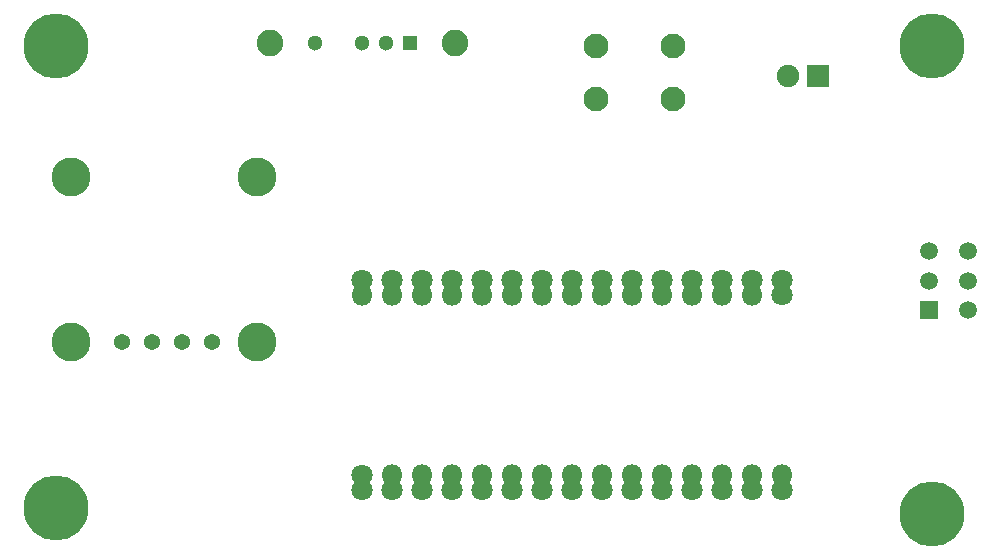
<source format=gbr>
%TF.GenerationSoftware,KiCad,Pcbnew,(5.1.6)-1*%
%TF.CreationDate,2021-03-22T21:05:39-07:00*%
%TF.ProjectId,TSA Location Tracker,54534120-4c6f-4636-9174-696f6e205472,rev?*%
%TF.SameCoordinates,Original*%
%TF.FileFunction,Soldermask,Bot*%
%TF.FilePolarity,Negative*%
%FSLAX46Y46*%
G04 Gerber Fmt 4.6, Leading zero omitted, Abs format (unit mm)*
G04 Created by KiCad (PCBNEW (5.1.6)-1) date 2021-03-22 21:05:39*
%MOMM*%
%LPD*%
G01*
G04 APERTURE LIST*
%ADD10C,1.300000*%
%ADD11R,1.300000X1.300000*%
%ADD12C,2.250000*%
%ADD13O,1.800000X1.800000*%
%ADD14C,1.800000*%
%ADD15R,1.900000X1.900000*%
%ADD16C,1.900000*%
%ADD17C,5.500000*%
%ADD18C,2.100000*%
%ADD19C,3.299892*%
%ADD20C,1.370000*%
%ADD21C,1.500000*%
%ADD22R,1.500000X1.500000*%
G04 APERTURE END LIST*
D10*
%TO.C,Mode_Switch1*%
X91250000Y-48728000D03*
X95250000Y-48728000D03*
X97250000Y-48728000D03*
D11*
X99250000Y-48728000D03*
D12*
X87400000Y-48728000D03*
X103099999Y-48728000D03*
%TD*%
D13*
%TO.C,Arduino1*%
X95250000Y-70104000D03*
X97790000Y-70104000D03*
X100330000Y-70104000D03*
X102870000Y-70104000D03*
X105410000Y-70104000D03*
X107950000Y-70104000D03*
X110490000Y-70104000D03*
X113030000Y-70104000D03*
X115570000Y-70104000D03*
X118110000Y-70104000D03*
X120650000Y-70104000D03*
X123190000Y-70104000D03*
X125730000Y-70104000D03*
X128270000Y-70104000D03*
D14*
X130810000Y-70104000D03*
X130810000Y-68834000D03*
X128270000Y-68834000D03*
X125730000Y-68834000D03*
X123190000Y-68834000D03*
X118110000Y-68834000D03*
X120650000Y-68834000D03*
X115570000Y-68834000D03*
X110490000Y-68834000D03*
X113030000Y-68834000D03*
X105410000Y-68834000D03*
X102870000Y-68834000D03*
X107950000Y-68834000D03*
X100330000Y-68834000D03*
X95250000Y-68834000D03*
X97790000Y-68834000D03*
X100330000Y-86614000D03*
X125730000Y-86614000D03*
X97790000Y-86614000D03*
X130810000Y-86614000D03*
X105410000Y-86614000D03*
X128270000Y-86614000D03*
D13*
X123190000Y-85344000D03*
X130810000Y-85344000D03*
D14*
X95250000Y-85344000D03*
D13*
X97790000Y-85344000D03*
X100330000Y-85344000D03*
X102870000Y-85344000D03*
X105410000Y-85344000D03*
X128270000Y-85344000D03*
X107950000Y-85344000D03*
D14*
X120650000Y-86614000D03*
D13*
X120650000Y-85344000D03*
X118110000Y-85344000D03*
X110490000Y-85344000D03*
D14*
X118110000Y-86614000D03*
X107950000Y-86614000D03*
X115570000Y-86614000D03*
X113030000Y-86614000D03*
X102870000Y-86614000D03*
D13*
X113030000Y-85344000D03*
X115570000Y-85344000D03*
D14*
X95250000Y-86614000D03*
D13*
X125730000Y-85344000D03*
D14*
X110490000Y-86614000D03*
X123190000Y-86614000D03*
%TD*%
D15*
%TO.C,D1*%
X133858000Y-51562000D03*
D16*
X131318000Y-51562000D03*
%TD*%
D17*
%TO.C,H1*%
X69342000Y-49022000D03*
%TD*%
%TO.C,H2*%
X143500000Y-49000000D03*
%TD*%
%TO.C,H3*%
X69342000Y-88138000D03*
%TD*%
%TO.C,H4*%
X143510000Y-88646000D03*
%TD*%
D18*
%TO.C,LED_Switch1*%
X121562000Y-49022000D03*
X121562000Y-53522000D03*
X115062000Y-49022000D03*
X115062000Y-53522000D03*
%TD*%
D19*
%TO.C,U1*%
X86338000Y-60080000D03*
X86338000Y-74050000D03*
X70590000Y-60080000D03*
X70590000Y-74050000D03*
D20*
X74908000Y-74050000D03*
X82528000Y-74050000D03*
X79988000Y-74050000D03*
X77448000Y-74050000D03*
%TD*%
D21*
%TO.C,Power_Switch1*%
X146556000Y-66374000D03*
X146556000Y-68874000D03*
X146556000Y-71374000D03*
X143256000Y-66374000D03*
X143256000Y-68874000D03*
D22*
X143256000Y-71374000D03*
%TD*%
M02*

</source>
